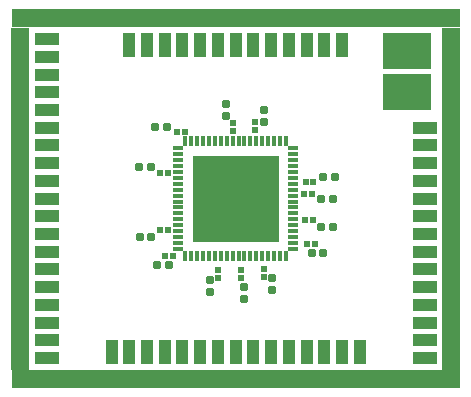
<source format=gts>
G04*
G04 #@! TF.GenerationSoftware,Altium Limited,Altium Designer,21.6.1 (37)*
G04*
G04 Layer_Color=8388736*
%FSLAX25Y25*%
%MOIN*%
G70*
G04*
G04 #@! TF.SameCoordinates,378A9775-3A77-4BA1-8480-AFC072C74D39*
G04*
G04*
G04 #@! TF.FilePolarity,Negative*
G04*
G01*
G75*
%ADD23R,0.05906X1.14173*%
%ADD24R,1.49606X0.05906*%
%ADD25R,0.02047X0.02284*%
G04:AMPARAMS|DCode=26|XSize=23.62mil|YSize=27.56mil|CornerRadius=3.94mil|HoleSize=0mil|Usage=FLASHONLY|Rotation=90.000|XOffset=0mil|YOffset=0mil|HoleType=Round|Shape=RoundedRectangle|*
%AMROUNDEDRECTD26*
21,1,0.02362,0.01968,0,0,90.0*
21,1,0.01575,0.02756,0,0,90.0*
1,1,0.00787,0.00984,0.00787*
1,1,0.00787,0.00984,-0.00787*
1,1,0.00787,-0.00984,-0.00787*
1,1,0.00787,-0.00984,0.00787*
%
%ADD26ROUNDEDRECTD26*%
%ADD27R,0.02284X0.02047*%
%ADD28R,0.28661X0.28661*%
%ADD29O,0.01575X0.03543*%
%ADD30O,0.03543X0.01575*%
%ADD31R,0.08268X0.04331*%
%ADD32R,0.04331X0.08268*%
G04:AMPARAMS|DCode=33|XSize=23.62mil|YSize=27.56mil|CornerRadius=3.94mil|HoleSize=0mil|Usage=FLASHONLY|Rotation=180.000|XOffset=0mil|YOffset=0mil|HoleType=Round|Shape=RoundedRectangle|*
%AMROUNDEDRECTD33*
21,1,0.02362,0.01968,0,0,180.0*
21,1,0.01575,0.02756,0,0,180.0*
1,1,0.00787,-0.00787,0.00984*
1,1,0.00787,0.00787,0.00984*
1,1,0.00787,0.00787,-0.00984*
1,1,0.00787,-0.00787,-0.00984*
%
%ADD33ROUNDEDRECTD33*%
%ADD34R,0.16142X0.12205*%
D23*
X146653Y62992D02*
D03*
X2953D02*
D03*
D24*
X74803Y123031D02*
D03*
Y2953D02*
D03*
D25*
X73917Y88110D02*
D03*
Y85512D02*
D03*
X68996Y36496D02*
D03*
Y39094D02*
D03*
X81201Y88504D02*
D03*
Y85905D02*
D03*
X76476Y36595D02*
D03*
Y39193D02*
D03*
X84153Y36988D02*
D03*
Y39587D02*
D03*
D26*
X103248Y53543D02*
D03*
X107185D02*
D03*
X103937Y70276D02*
D03*
X107874D02*
D03*
X51870Y86713D02*
D03*
X47933D02*
D03*
X100098Y44882D02*
D03*
X104035D02*
D03*
X103248Y62795D02*
D03*
X107185D02*
D03*
X46752Y50197D02*
D03*
X42815D02*
D03*
X46654Y73425D02*
D03*
X42717D02*
D03*
X52461Y40748D02*
D03*
X48524D02*
D03*
D27*
X100512Y55709D02*
D03*
X97913D02*
D03*
X100709Y68504D02*
D03*
X98110D02*
D03*
X55197Y85039D02*
D03*
X57795D02*
D03*
X101201Y47933D02*
D03*
X98602D02*
D03*
X100315Y64567D02*
D03*
X97716D02*
D03*
X49587Y52461D02*
D03*
X52185D02*
D03*
X49685Y71457D02*
D03*
X52284D02*
D03*
X51260Y43898D02*
D03*
X53858D02*
D03*
D28*
X74803Y62992D02*
D03*
D29*
X58071Y82185D02*
D03*
X60039D02*
D03*
X62008D02*
D03*
X63976D02*
D03*
X65945D02*
D03*
X67913D02*
D03*
X69882D02*
D03*
X71850D02*
D03*
X73819D02*
D03*
X75787D02*
D03*
X77756D02*
D03*
X79724D02*
D03*
X81693D02*
D03*
X83661D02*
D03*
X85630D02*
D03*
X87598D02*
D03*
X89567D02*
D03*
X91535D02*
D03*
Y43799D02*
D03*
X89567D02*
D03*
X87598D02*
D03*
X85630D02*
D03*
X83661D02*
D03*
X81693D02*
D03*
X79724D02*
D03*
X77756D02*
D03*
X75787D02*
D03*
X73819D02*
D03*
X71850D02*
D03*
X69882D02*
D03*
X67913D02*
D03*
X65945D02*
D03*
X63976D02*
D03*
X62008D02*
D03*
X60039D02*
D03*
X58071D02*
D03*
D30*
X93996Y79724D02*
D03*
Y77756D02*
D03*
Y75787D02*
D03*
Y73819D02*
D03*
Y71850D02*
D03*
Y69882D02*
D03*
Y67913D02*
D03*
Y65945D02*
D03*
Y63976D02*
D03*
Y62008D02*
D03*
Y60039D02*
D03*
Y58071D02*
D03*
Y56102D02*
D03*
Y54134D02*
D03*
Y52165D02*
D03*
Y50197D02*
D03*
Y48228D02*
D03*
Y46260D02*
D03*
X55610D02*
D03*
Y48228D02*
D03*
Y50197D02*
D03*
Y52165D02*
D03*
Y54134D02*
D03*
Y56102D02*
D03*
Y58071D02*
D03*
Y60039D02*
D03*
Y62008D02*
D03*
Y63976D02*
D03*
Y65945D02*
D03*
Y67913D02*
D03*
Y69882D02*
D03*
Y71850D02*
D03*
Y73819D02*
D03*
Y75787D02*
D03*
Y77756D02*
D03*
Y79724D02*
D03*
D31*
X11811Y92520D02*
D03*
Y98425D02*
D03*
Y116142D02*
D03*
Y110236D02*
D03*
Y104331D02*
D03*
X137795Y15748D02*
D03*
Y9843D02*
D03*
Y45276D02*
D03*
Y33465D02*
D03*
Y39370D02*
D03*
Y21654D02*
D03*
Y27559D02*
D03*
Y86614D02*
D03*
Y80709D02*
D03*
Y68898D02*
D03*
Y74803D02*
D03*
Y57087D02*
D03*
Y62992D02*
D03*
Y51181D02*
D03*
X11811Y21654D02*
D03*
Y15748D02*
D03*
Y33465D02*
D03*
Y9843D02*
D03*
Y27559D02*
D03*
Y45276D02*
D03*
Y39370D02*
D03*
Y80709D02*
D03*
Y74803D02*
D03*
Y51181D02*
D03*
Y68898D02*
D03*
Y57087D02*
D03*
Y62992D02*
D03*
Y86614D02*
D03*
D32*
X62992Y114173D02*
D03*
X86614D02*
D03*
X110236D02*
D03*
X92520D02*
D03*
X98425D02*
D03*
X104331D02*
D03*
X51181D02*
D03*
X45276D02*
D03*
X57087D02*
D03*
X39370D02*
D03*
X80709D02*
D03*
X68898D02*
D03*
X74803D02*
D03*
X116142Y11811D02*
D03*
X104331D02*
D03*
X110236D02*
D03*
X33465D02*
D03*
X86614D02*
D03*
X98425D02*
D03*
X92520D02*
D03*
X68898D02*
D03*
X51181D02*
D03*
X80709D02*
D03*
X74803D02*
D03*
X57087D02*
D03*
X45276D02*
D03*
X62992D02*
D03*
X39370D02*
D03*
D33*
X84252Y88484D02*
D03*
Y92421D02*
D03*
X71457Y90650D02*
D03*
Y94587D02*
D03*
X66339Y35925D02*
D03*
Y31988D02*
D03*
X77756Y33563D02*
D03*
Y29626D02*
D03*
X86910Y36417D02*
D03*
Y32480D02*
D03*
D34*
X131890Y98425D02*
D03*
Y112205D02*
D03*
M02*

</source>
